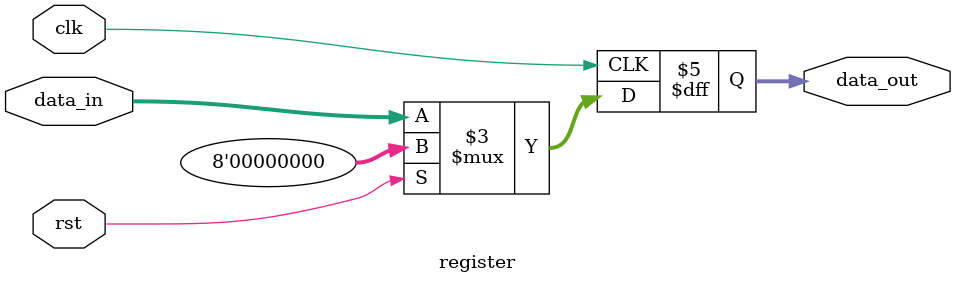
<source format=v>
module register #(parameter integer WIDTH=8) (
  input  wire             clk     ,
  input  wire             rst     ,
  input  wire [WIDTH-1:0] data_in ,
  output reg  [WIDTH-1:0] data_out
);
  always @(posedge clk)
    if (rst)
      data_out <= 0;
    else
      data_out <= data_in;

endmodule

</source>
